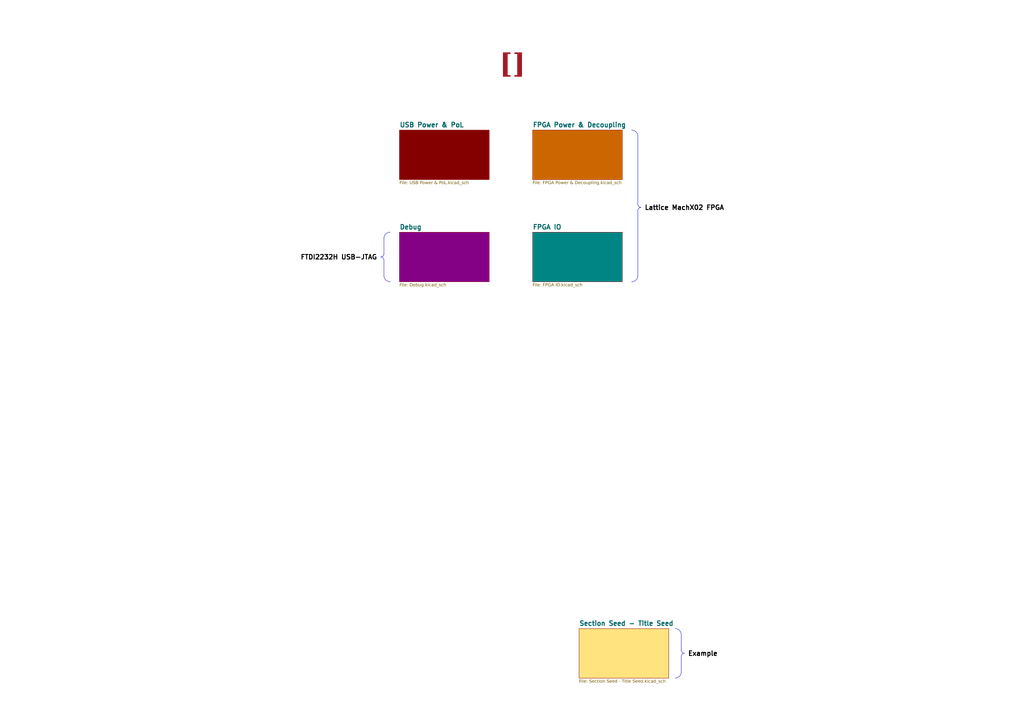
<source format=kicad_sch>
(kicad_sch
	(version 20250114)
	(generator "eeschema")
	(generator_version "9.0")
	(uuid "43756dca-f8f6-4179-bbe2-5af9585c666d")
	(paper "A3")
	(title_block
		(title "Project Architecture")
		(date "Last Modified Date")
		(rev "${REVISION}")
		(company "${COMPANY}")
	)
	(lib_symbols)
	(arc
		(start 156.19 105.37)
		(mid 157.0851 105.7449)
		(end 157.46 106.64)
		(stroke
			(width 0)
			(type default)
		)
		(fill
			(type none)
		)
		(uuid 055071ba-7216-47dc-af92-e615f4e56e85)
	)
	(arc
		(start 276.88 257.79)
		(mid 278.6702 258.5398)
		(end 279.42 260.33)
		(stroke
			(width 0)
			(type default)
		)
		(fill
			(type none)
		)
		(uuid 34554591-ccdb-4297-aba5-c371232f1af6)
	)
	(arc
		(start 280.69 267.95)
		(mid 279.7949 267.5751)
		(end 279.42 266.68)
		(stroke
			(width 0)
			(type default)
		)
		(fill
			(type none)
		)
		(uuid 3d84e99b-e956-4efa-b5c3-cfa077922cec)
	)
	(arc
		(start 262.89 85.09)
		(mid 261.9949 84.7151)
		(end 261.62 83.82)
		(stroke
			(width 0)
			(type default)
		)
		(fill
			(type none)
		)
		(uuid 463357f7-f9d2-46fa-b0b6-a6251e6ce150)
	)
	(arc
		(start 279.42 275.57)
		(mid 278.6761 277.3661)
		(end 276.88 278.11)
		(stroke
			(width 0)
			(type default)
		)
		(fill
			(type none)
		)
		(uuid 62027f87-3845-4c9e-9b75-38c266e2a856)
	)
	(arc
		(start 157.46 97.79)
		(mid 158.2098 95.9998)
		(end 160 95.25)
		(stroke
			(width 0)
			(type default)
		)
		(fill
			(type none)
		)
		(uuid 73f6865c-4f24-4b13-a9e7-cf8bfa00ee32)
	)
	(arc
		(start 261.62 86.36)
		(mid 261.9949 85.4649)
		(end 262.89 85.09)
		(stroke
			(width 0)
			(type default)
		)
		(fill
			(type none)
		)
		(uuid a134b516-cfaf-437e-b6e0-fd4fe5086d29)
	)
	(arc
		(start 160 115.55)
		(mid 158.2039 114.8061)
		(end 157.46 113.01)
		(stroke
			(width 0)
			(type default)
		)
		(fill
			(type none)
		)
		(uuid a8227c96-ad98-472e-856e-98a46a3c9121)
	)
	(arc
		(start 157.46 104.1)
		(mid 157.0851 104.9951)
		(end 156.19 105.37)
		(stroke
			(width 0)
			(type default)
		)
		(fill
			(type none)
		)
		(uuid cc4cf7fb-4bd9-4be9-81d7-4f1f2d80469e)
	)
	(arc
		(start 279.42 269.22)
		(mid 279.7949 268.3249)
		(end 280.69 267.95)
		(stroke
			(width 0)
			(type default)
		)
		(fill
			(type none)
		)
		(uuid cd658d25-70dc-4223-a33c-3459a2ea02b4)
	)
	(arc
		(start 259.08 53.34)
		(mid 260.8761 54.0839)
		(end 261.62 55.88)
		(stroke
			(width 0)
			(type default)
		)
		(fill
			(type none)
		)
		(uuid d1fe5f0f-24cb-4f3d-baf1-1b36c0a6f68e)
	)
	(arc
		(start 261.62 113.03)
		(mid 260.8702 114.8202)
		(end 259.08 115.57)
		(stroke
			(width 0)
			(type default)
		)
		(fill
			(type none)
		)
		(uuid d8a608aa-d710-4d73-9273-2b52adac6230)
	)
	(text_box "Example"
		(exclude_from_sim no)
		(at 280.67 265.43 0)
		(size 17.78 5.1)
		(margins 1.4287 1.4287 1.4287 1.4287)
		(stroke
			(width -0.0001)
			(type solid)
		)
		(fill
			(type none)
		)
		(effects
			(font
				(size 1.905 1.905)
				(thickness 0.381)
				(bold yes)
				(color 0 0 0 1)
			)
			(justify left top)
		)
		(uuid "00d904fd-eb4b-43f2-9fd5-245af8774fa7")
	)
	(text_box "Lattice MachX02 FPGA"
		(exclude_from_sim no)
		(at 262.89 82.55 0)
		(size 37.465 5.08)
		(margins 1.4287 1.4287 1.4287 1.4287)
		(stroke
			(width -0.0001)
			(type solid)
		)
		(fill
			(type none)
		)
		(effects
			(font
				(size 1.905 1.905)
				(thickness 0.381)
				(bold yes)
				(color 0 0 0 1)
			)
			(justify left top)
		)
		(uuid "51bc3fdc-86f1-4742-b7d8-53f1faaab343")
	)
	(text_box "[${#}] ${SHEETNAME}"
		(exclude_from_sim no)
		(at 144.78 20.32 0)
		(size 130.81 12.7)
		(margins 5.9999 5.9999 5.9999 5.9999)
		(stroke
			(width -0.0001)
			(type solid)
		)
		(fill
			(type none)
		)
		(effects
			(font
				(face "Times New Roman")
				(size 8 8)
				(thickness 1.2)
				(bold yes)
				(color 162 22 34 1)
			)
		)
		(uuid "7fa5cc40-6c97-487c-9cc7-412504f68533")
	)
	(text_box "FTDI2232H USB-JTAG"
		(exclude_from_sim no)
		(at 120.65 102.85 0)
		(size 35.56 5.1)
		(margins 1.4287 1.4287 1.4287 1.4287)
		(stroke
			(width -0.0001)
			(type solid)
		)
		(fill
			(type none)
		)
		(effects
			(font
				(size 1.905 1.905)
				(thickness 0.381)
				(bold yes)
				(color 0 0 0 1)
			)
			(justify right top)
		)
		(uuid "ea2adac5-d133-46b2-a7ff-14a70e2ad344")
	)
	(polyline
		(pts
			(xy 261.62 86.36) (xy 261.62 113.03)
		)
		(stroke
			(width 0)
			(type default)
		)
		(uuid "1e3c70a2-22df-46ef-a52f-0f821498dc0c")
	)
	(polyline
		(pts
			(xy 261.62 83.82) (xy 261.62 55.88)
		)
		(stroke
			(width 0)
			(type default)
		)
		(uuid "41045457-e885-4cf4-93f2-cdba80791e7b")
	)
	(polyline
		(pts
			(xy 157.48 97.81) (xy 157.48 104.14)
		)
		(stroke
			(width 0)
			(type default)
		)
		(uuid "5f799f7d-3b4c-429a-be80-1688600486e9")
	)
	(polyline
		(pts
			(xy 279.4 269.24) (xy 279.4 275.59)
		)
		(stroke
			(width 0)
			(type default)
		)
		(uuid "ae8d43b1-9f79-418c-96c2-ca692d7c76c3")
	)
	(polyline
		(pts
			(xy 279.4 260.35) (xy 279.4 266.7)
		)
		(stroke
			(width 0)
			(type default)
		)
		(uuid "e7123228-7989-4221-b18c-76cb16eb5e84")
	)
	(polyline
		(pts
			(xy 157.48 106.68) (xy 157.48 113.03)
		)
		(stroke
			(width 0)
			(type default)
		)
		(uuid "f890bb63-7be7-434c-9d54-8102b0d37829")
	)
	(sheet
		(at 163.83 53.34)
		(size 36.83 20.32)
		(exclude_from_sim no)
		(in_bom yes)
		(on_board yes)
		(dnp no)
		(fields_autoplaced yes)
		(stroke
			(width 0.1524)
			(type solid)
		)
		(fill
			(color 132 0 0 1.0000)
		)
		(uuid "30831636-a8b2-4928-810c-6cf1a6064282")
		(property "Sheetname" "USB Power & PoL"
			(at 163.83 52.3109 0)
			(effects
				(font
					(size 1.905 1.905)
					(bold yes)
				)
				(justify left bottom)
			)
		)
		(property "Sheetfile" "USB Power & PoL.kicad_sch"
			(at 163.83 74.2446 0)
			(effects
				(font
					(face "Arial")
					(size 1.27 1.27)
				)
				(justify left top)
			)
		)
		(instances
			(project "machxo2_design_kicad"
				(path "/0650c7a8-acba-429c-9f8e-eec0baf0bc1c/fede4c36-00cc-4d3d-b71c-5243ba232202"
					(page "4")
				)
			)
		)
	)
	(sheet
		(at 218.44 53.34)
		(size 36.83 20.32)
		(exclude_from_sim no)
		(in_bom yes)
		(on_board yes)
		(dnp no)
		(fields_autoplaced yes)
		(stroke
			(width 0.1524)
			(type solid)
		)
		(fill
			(color 204 102 0 1.0000)
		)
		(uuid "7d5a1283-086b-46b0-8df7-a9850521fb5e")
		(property "Sheetname" "FPGA Power & Decoupling"
			(at 218.44 52.3109 0)
			(effects
				(font
					(size 1.905 1.905)
					(bold yes)
				)
				(justify left bottom)
			)
		)
		(property "Sheetfile" "FPGA Power & Decoupling.kicad_sch"
			(at 218.44 74.2446 0)
			(effects
				(font
					(face "Arial")
					(size 1.27 1.27)
				)
				(justify left top)
			)
		)
		(instances
			(project "machxo2_design_kicad"
				(path "/0650c7a8-acba-429c-9f8e-eec0baf0bc1c/fede4c36-00cc-4d3d-b71c-5243ba232202"
					(page "5")
				)
			)
		)
	)
	(sheet
		(at 218.44 95.25)
		(size 36.83 20.32)
		(exclude_from_sim no)
		(in_bom yes)
		(on_board yes)
		(dnp no)
		(fields_autoplaced yes)
		(stroke
			(width 0.1524)
			(type solid)
		)
		(fill
			(color 0 132 132 1.0000)
		)
		(uuid "899734d4-d353-4f99-98f6-7ef8411499a0")
		(property "Sheetname" "FPGA IO"
			(at 218.44 94.2209 0)
			(effects
				(font
					(size 1.905 1.905)
					(bold yes)
				)
				(justify left bottom)
			)
		)
		(property "Sheetfile" "FPGA IO.kicad_sch"
			(at 218.44 116.1546 0)
			(effects
				(font
					(face "Arial")
					(size 1.27 1.27)
				)
				(justify left top)
			)
		)
		(instances
			(project "machxo2_design_kicad"
				(path "/0650c7a8-acba-429c-9f8e-eec0baf0bc1c/fede4c36-00cc-4d3d-b71c-5243ba232202"
					(page "6")
				)
			)
		)
	)
	(sheet
		(at 237.49 257.81)
		(size 36.83 20.32)
		(exclude_from_sim no)
		(in_bom yes)
		(on_board yes)
		(dnp no)
		(fields_autoplaced yes)
		(stroke
			(width 0.1524)
			(type solid)
		)
		(fill
			(color 255 200 0 0.5020)
		)
		(uuid "c32d721c-8719-46bb-93a1-28356e87d679")
		(property "Sheetname" "Section Seed - Title Seed"
			(at 237.49 256.7809 0)
			(effects
				(font
					(size 1.905 1.905)
					(bold yes)
				)
				(justify left bottom)
			)
		)
		(property "Sheetfile" "Section Seed - Title Seed.kicad_sch"
			(at 237.49 278.7146 0)
			(effects
				(font
					(face "Arial")
					(size 1.27 1.27)
				)
				(justify left top)
			)
		)
		(instances
			(project "machxo2_design_kicad"
				(path "/0650c7a8-acba-429c-9f8e-eec0baf0bc1c/fede4c36-00cc-4d3d-b71c-5243ba232202"
					(page "99")
				)
			)
		)
	)
	(sheet
		(at 163.83 95.25)
		(size 36.83 20.32)
		(exclude_from_sim no)
		(in_bom yes)
		(on_board yes)
		(dnp no)
		(fields_autoplaced yes)
		(stroke
			(width 0.1524)
			(type solid)
		)
		(fill
			(color 132 0 132 1.0000)
		)
		(uuid "d4a2a160-9ca2-4e28-a23e-09c67e24cf41")
		(property "Sheetname" "Debug"
			(at 163.83 94.2209 0)
			(effects
				(font
					(size 1.905 1.905)
					(bold yes)
				)
				(justify left bottom)
			)
		)
		(property "Sheetfile" "Debug.kicad_sch"
			(at 163.83 116.1546 0)
			(effects
				(font
					(face "Arial")
					(size 1.27 1.27)
				)
				(justify left top)
			)
		)
		(instances
			(project "machxo2_design_kicad"
				(path "/0650c7a8-acba-429c-9f8e-eec0baf0bc1c/fede4c36-00cc-4d3d-b71c-5243ba232202"
					(page "7")
				)
			)
		)
	)
)

</source>
